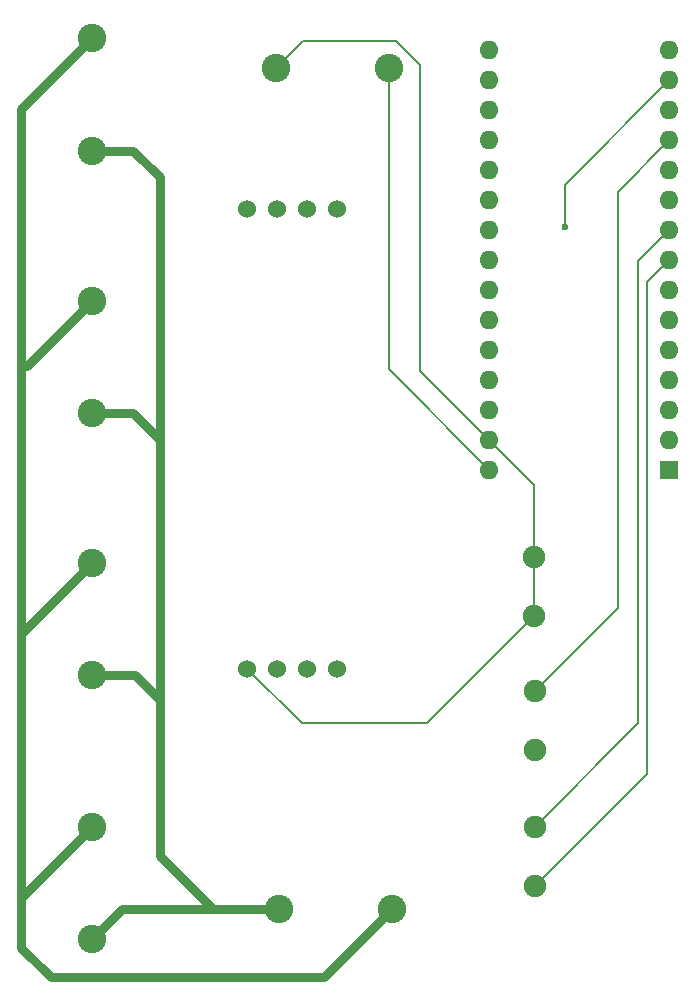
<source format=gbr>
%TF.GenerationSoftware,KiCad,Pcbnew,8.0.2-1*%
%TF.CreationDate,2024-11-16T17:30:41-05:00*%
%TF.ProjectId,JB_PCB,4a425f50-4342-42e6-9b69-6361645f7063,rev?*%
%TF.SameCoordinates,Original*%
%TF.FileFunction,Copper,L1,Top*%
%TF.FilePolarity,Positive*%
%FSLAX46Y46*%
G04 Gerber Fmt 4.6, Leading zero omitted, Abs format (unit mm)*
G04 Created by KiCad (PCBNEW 8.0.2-1) date 2024-11-16 17:30:41*
%MOMM*%
%LPD*%
G01*
G04 APERTURE LIST*
%TA.AperFunction,ComponentPad*%
%ADD10C,1.905000*%
%TD*%
%TA.AperFunction,ComponentPad*%
%ADD11C,1.524000*%
%TD*%
%TA.AperFunction,ComponentPad*%
%ADD12C,2.413000*%
%TD*%
%TA.AperFunction,ComponentPad*%
%ADD13O,1.600000X1.600000*%
%TD*%
%TA.AperFunction,ComponentPad*%
%ADD14R,1.600000X1.600000*%
%TD*%
%TA.AperFunction,ViaPad*%
%ADD15C,0.600000*%
%TD*%
%TA.AperFunction,Conductor*%
%ADD16C,0.200000*%
%TD*%
%TA.AperFunction,Conductor*%
%ADD17C,0.800000*%
%TD*%
G04 APERTURE END LIST*
D10*
%TO.P,PWMGND1,1,Pin_1*%
%TO.N,Net-(ARD_PWR1-Pin_1)*%
X152946200Y-108145100D03*
%TO.P,PWMGND1,2,Pin_2*%
X152946200Y-103145100D03*
%TD*%
D11*
%TO.P,U1,VCC,VCC*%
%TO.N,Net-(A1-+5V)*%
X136210000Y-112610000D03*
%TO.P,U1,RO,RO*%
%TO.N,Net-(A1-D10)*%
X136210000Y-73690000D03*
%TO.P,U1,RE,RE*%
%TO.N,Net-(A1-D12)*%
X133670000Y-73690000D03*
%TO.P,U1,GND,GND*%
%TO.N,Net-(ARD_PWR1-Pin_1)*%
X128590000Y-112610000D03*
%TO.P,U1,DI,DI*%
%TO.N,Net-(A1-D11)*%
X128590000Y-73690000D03*
%TO.P,U1,DE,DE*%
%TO.N,Net-(A1-D12)*%
X131130000Y-73690000D03*
%TO.P,U1,B*%
%TO.N,N/C*%
X133670000Y-112610000D03*
%TO.P,U1,A*%
X131130000Y-112610000D03*
%TD*%
D10*
%TO.P,PWM2,1,Pin_1*%
%TO.N,Net-(A1-D5)*%
X153000000Y-131000000D03*
%TO.P,PWM2,2,Pin_2*%
%TO.N,Net-(A1-D6)*%
X153000000Y-126000000D03*
%TD*%
D12*
%TO.P,MOT_PWR1,1,Pin_1*%
%TO.N,Net-(J2-Pin_1)*%
X131354902Y-133000000D03*
%TO.P,MOT_PWR1,2,Pin_2*%
%TO.N,Net-(J2-Pin_2)*%
X140854898Y-133000000D03*
%TD*%
%TO.P,J6,1,Pin_1*%
%TO.N,Net-(J2-Pin_1)*%
X115500000Y-135500000D03*
%TO.P,J6,2,Pin_2*%
%TO.N,Net-(J2-Pin_2)*%
X115500000Y-126000004D03*
%TD*%
%TO.P,J4,1,Pin_1*%
%TO.N,Net-(J2-Pin_1)*%
X115500000Y-113145102D03*
%TO.P,J4,2,Pin_2*%
%TO.N,Net-(J2-Pin_2)*%
X115500000Y-103645106D03*
%TD*%
%TO.P,J3,1,Pin_1*%
%TO.N,Net-(J2-Pin_1)*%
X115500000Y-91000000D03*
%TO.P,J3,2,Pin_2*%
%TO.N,Net-(J2-Pin_2)*%
X115500000Y-81500004D03*
%TD*%
%TO.P,J2,2,Pin_2*%
%TO.N,Net-(J2-Pin_2)*%
X115500000Y-59250008D03*
%TO.P,J2,1,Pin_1*%
%TO.N,Net-(J2-Pin_1)*%
X115500000Y-68750004D03*
%TD*%
%TO.P,ARD_PWR1,2,Pin_2*%
%TO.N,Net-(A1-VIN)*%
X140604898Y-61750000D03*
%TO.P,ARD_PWR1,1,Pin_1*%
%TO.N,Net-(ARD_PWR1-Pin_1)*%
X131104902Y-61750000D03*
%TD*%
D13*
%TO.P,A1,30,VIN*%
%TO.N,Net-(A1-VIN)*%
X149120000Y-95800000D03*
%TO.P,A1,29,GND*%
%TO.N,Net-(ARD_PWR1-Pin_1)*%
X149120000Y-93260000D03*
%TO.P,A1,28,~{RESET}*%
%TO.N,unconnected-(A1-~{RESET}-Pad28)*%
X149120000Y-90720000D03*
%TO.P,A1,27,+5V*%
%TO.N,Net-(A1-+5V)*%
X149120000Y-88180000D03*
%TO.P,A1,26,A7*%
%TO.N,unconnected-(A1-A7-Pad26)*%
X149120000Y-85640000D03*
%TO.P,A1,25,A6*%
%TO.N,unconnected-(A1-A6-Pad25)*%
X149120000Y-83100000D03*
%TO.P,A1,24,A5*%
%TO.N,unconnected-(A1-A5-Pad24)*%
X149120000Y-80560000D03*
%TO.P,A1,23,A4*%
%TO.N,unconnected-(A1-A4-Pad23)*%
X149120000Y-78020000D03*
%TO.P,A1,22,A3*%
%TO.N,unconnected-(A1-A3-Pad22)*%
X149120000Y-75480000D03*
%TO.P,A1,21,A2*%
%TO.N,unconnected-(A1-A2-Pad21)*%
X149120000Y-72940000D03*
%TO.P,A1,20,A1*%
%TO.N,unconnected-(A1-A1-Pad20)*%
X149120000Y-70400000D03*
%TO.P,A1,19,A0*%
%TO.N,unconnected-(A1-A0-Pad19)*%
X149120000Y-67860000D03*
%TO.P,A1,18,AREF*%
%TO.N,unconnected-(A1-AREF-Pad18)*%
X149120000Y-65320000D03*
%TO.P,A1,17,3V3*%
%TO.N,unconnected-(A1-3V3-Pad17)*%
X149120000Y-62780000D03*
%TO.P,A1,16,D13*%
%TO.N,unconnected-(A1-D13-Pad16)*%
X149120000Y-60240000D03*
%TO.P,A1,15,D12*%
%TO.N,Net-(A1-D12)*%
X164360000Y-60240000D03*
%TO.P,A1,14,D11*%
%TO.N,Net-(A1-D11)*%
X164360000Y-62780000D03*
%TO.P,A1,13,D10*%
%TO.N,Net-(A1-D10)*%
X164360000Y-65320000D03*
%TO.P,A1,12,D9*%
%TO.N,Net-(A1-D9)*%
X164360000Y-67860000D03*
%TO.P,A1,11,D8*%
%TO.N,unconnected-(A1-D8-Pad11)*%
X164360000Y-70400000D03*
%TO.P,A1,10,D7*%
%TO.N,unconnected-(A1-D7-Pad10)*%
X164360000Y-72940000D03*
%TO.P,A1,9,D6*%
%TO.N,Net-(A1-D6)*%
X164360000Y-75480000D03*
%TO.P,A1,8,D5*%
%TO.N,Net-(A1-D5)*%
X164360000Y-78020000D03*
%TO.P,A1,7,D4*%
%TO.N,unconnected-(A1-D4-Pad7)*%
X164360000Y-80560000D03*
%TO.P,A1,6,D3*%
%TO.N,Net-(A1-D3)*%
X164360000Y-83100000D03*
%TO.P,A1,5,D2*%
%TO.N,unconnected-(A1-D2-Pad5)*%
X164360000Y-85640000D03*
%TO.P,A1,4,GND*%
%TO.N,Net-(ARD_PWR1-Pin_1)*%
X164360000Y-88180000D03*
%TO.P,A1,3,~{RESET}*%
%TO.N,unconnected-(A1-~{RESET}-Pad3)*%
X164360000Y-90720000D03*
%TO.P,A1,2,D0/RX*%
%TO.N,unconnected-(A1-D0{slash}RX-Pad2)*%
X164360000Y-93260000D03*
D14*
%TO.P,A1,1,D1/TX*%
%TO.N,unconnected-(A1-D1{slash}TX-Pad1)*%
X164360000Y-95800000D03*
%TD*%
D10*
%TO.P,PWM1,1,Pin_1*%
%TO.N,Net-(A1-D3)*%
X153000000Y-119500000D03*
%TO.P,PWM1,2,Pin_2*%
%TO.N,Net-(A1-D9)*%
X153000000Y-114500000D03*
%TD*%
D15*
%TO.N,Net-(A1-D11)*%
X155500000Y-75250000D03*
%TD*%
D16*
%TO.N,Net-(A1-D11)*%
X155500000Y-75250000D02*
X155500000Y-71640000D01*
X155500000Y-71640000D02*
X164360000Y-62780000D01*
%TO.N,Net-(ARD_PWR1-Pin_1)*%
X128590000Y-112610000D02*
X133230000Y-117250000D01*
X133230000Y-117250000D02*
X143841300Y-117250000D01*
X143841300Y-117250000D02*
X152946200Y-108145100D01*
%TO.N,Net-(A1-D9)*%
X153000000Y-114500000D02*
X160000000Y-107500000D01*
X160000000Y-107500000D02*
X160000000Y-72220000D01*
X160000000Y-72220000D02*
X164360000Y-67860000D01*
%TO.N,Net-(A1-D5)*%
X153000000Y-131000000D02*
X162500000Y-121500000D01*
X162500000Y-121500000D02*
X162500000Y-79880000D01*
X162500000Y-79880000D02*
X164360000Y-78020000D01*
%TO.N,Net-(A1-D6)*%
X153000000Y-126000000D02*
X161750000Y-117250000D01*
X161750000Y-117250000D02*
X161750000Y-78090000D01*
X161750000Y-78090000D02*
X164360000Y-75480000D01*
%TO.N,Net-(ARD_PWR1-Pin_1)*%
X152946200Y-103145100D02*
X152946200Y-97086200D01*
X152946200Y-97086200D02*
X149120000Y-93260000D01*
X152946200Y-108145100D02*
X152946200Y-103145100D01*
X131104902Y-61750000D02*
X133354902Y-59500000D01*
X141250000Y-59500000D02*
X143250000Y-61500000D01*
X143250000Y-87390000D02*
X149120000Y-93260000D01*
X133354902Y-59500000D02*
X141250000Y-59500000D01*
X143250000Y-61500000D02*
X143250000Y-87390000D01*
%TO.N,Net-(A1-VIN)*%
X140604898Y-61750000D02*
X140604898Y-87284898D01*
X140604898Y-87284898D02*
X149120000Y-95800000D01*
D17*
%TO.N,Net-(J2-Pin_1)*%
X125750000Y-133000000D02*
X118000000Y-133000000D01*
X118000000Y-133000000D02*
X115500000Y-135500000D01*
X131354902Y-133000000D02*
X125750000Y-133000000D01*
X125750000Y-133000000D02*
X121250000Y-128500000D01*
X121250000Y-71000000D02*
X119000004Y-68750004D01*
X119000004Y-68750004D02*
X115500000Y-68750004D01*
%TO.N,Net-(J2-Pin_2)*%
X109500000Y-132000000D02*
X109500000Y-136250000D01*
X112000000Y-138750000D02*
X135104898Y-138750000D01*
X109500000Y-136250000D02*
X112000000Y-138750000D01*
X135104898Y-138750000D02*
X140854898Y-133000000D01*
X109500000Y-132000000D02*
X109500000Y-131250000D01*
X110250000Y-131250000D02*
X109500000Y-132000000D01*
X110250004Y-131250000D02*
X110250000Y-131250000D01*
X109500000Y-131250000D02*
X109500000Y-109750000D01*
X115500000Y-126000004D02*
X110250004Y-131250000D01*
X109500000Y-109645106D02*
X109500000Y-109750000D01*
X109500000Y-109750000D02*
X109500000Y-87000000D01*
X115500000Y-103645106D02*
X109500000Y-109645106D01*
X109500000Y-87000000D02*
X109500000Y-65250008D01*
X115500000Y-81500004D02*
X110000004Y-87000000D01*
X110000004Y-87000000D02*
X109500000Y-87000000D01*
X109500000Y-65250008D02*
X115500000Y-59250008D01*
%TO.N,Net-(J2-Pin_1)*%
X121250000Y-71000000D02*
X121250000Y-93250000D01*
X121250000Y-93250000D02*
X121250000Y-115250000D01*
X119000000Y-91000000D02*
X121250000Y-93250000D01*
X115500000Y-91000000D02*
X119000000Y-91000000D01*
X115500000Y-113145102D02*
X119145102Y-113145102D01*
X119145102Y-113145102D02*
X121250000Y-115250000D01*
X121250000Y-115250000D02*
X121250000Y-128500000D01*
%TD*%
M02*

</source>
